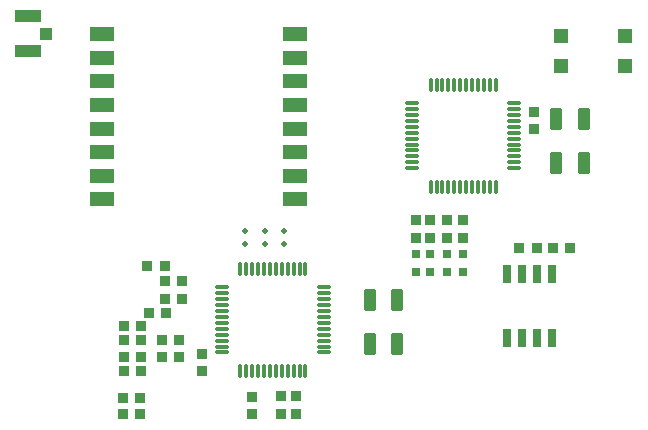
<source format=gtp>
G04*
G04 #@! TF.GenerationSoftware,Altium Limited,Altium Designer,21.0.8 (223)*
G04*
G04 Layer_Color=8421504*
%FSLAX44Y44*%
%MOMM*%
G71*
G04*
G04 #@! TF.SameCoordinates,2EEA6137-B325-4497-8457-BD4E04CF0BC7*
G04*
G04*
G04 #@! TF.FilePolarity,Positive*
G04*
G01*
G75*
%ADD10R,2.2000X1.0500*%
%ADD11R,1.0500X1.0000*%
G04:AMPARAMS|DCode=12|XSize=1.9mm|YSize=1.1mm|CornerRadius=0.275mm|HoleSize=0mm|Usage=FLASHONLY|Rotation=270.000|XOffset=0mm|YOffset=0mm|HoleType=Round|Shape=RoundedRectangle|*
%AMROUNDEDRECTD12*
21,1,1.9000,0.5500,0,0,270.0*
21,1,1.3500,1.1000,0,0,270.0*
1,1,0.5500,-0.2750,-0.6750*
1,1,0.5500,-0.2750,0.6750*
1,1,0.5500,0.2750,0.6750*
1,1,0.5500,0.2750,-0.6750*
%
%ADD12ROUNDEDRECTD12*%
G04:AMPARAMS|DCode=13|XSize=0.5mm|YSize=0.5mm|CornerRadius=0.25mm|HoleSize=0mm|Usage=FLASHONLY|Rotation=180.000|XOffset=0mm|YOffset=0mm|HoleType=Round|Shape=RoundedRectangle|*
%AMROUNDEDRECTD13*
21,1,0.5000,0.0000,0,0,180.0*
21,1,0.0000,0.5000,0,0,180.0*
1,1,0.5000,0.0000,0.0000*
1,1,0.5000,0.0000,0.0000*
1,1,0.5000,0.0000,0.0000*
1,1,0.5000,0.0000,0.0000*
%
%ADD13ROUNDEDRECTD13*%
%ADD14O,0.3000X1.3000*%
%ADD15O,1.3000X0.3000*%
%ADD16R,0.9000X0.9500*%
%ADD17R,0.8000X0.8000*%
%ADD18R,2.0000X1.3000*%
%ADD19R,1.2700X1.2700*%
%ADD20R,0.9500X0.9000*%
%ADD21R,0.6500X1.5250*%
D10*
X-45000Y448000D02*
D03*
Y418500D02*
D03*
D11*
X-29750Y433250D02*
D03*
D12*
X402000Y324000D02*
D03*
X425000Y324000D02*
D03*
Y361000D02*
D03*
X402000D02*
D03*
X244000Y208000D02*
D03*
X267000D02*
D03*
Y171000D02*
D03*
X244000Y171000D02*
D03*
D13*
X138000Y255500D02*
D03*
Y266500D02*
D03*
X171000Y255500D02*
D03*
Y266500D02*
D03*
X155000D02*
D03*
Y255500D02*
D03*
D14*
X350500Y303750D02*
D03*
X345500D02*
D03*
X340500D02*
D03*
X335500D02*
D03*
X330500D02*
D03*
X325500D02*
D03*
X320500D02*
D03*
X315500D02*
D03*
X310500D02*
D03*
X305500D02*
D03*
X300500D02*
D03*
X295500D02*
D03*
Y390250D02*
D03*
X300500D02*
D03*
X305500D02*
D03*
X310500D02*
D03*
X315500D02*
D03*
X320500D02*
D03*
X325500D02*
D03*
X330500D02*
D03*
X335500D02*
D03*
X340500D02*
D03*
X345500D02*
D03*
X350500D02*
D03*
X134500Y147750D02*
D03*
X139500D02*
D03*
X144500D02*
D03*
X149500D02*
D03*
X154500D02*
D03*
X159500D02*
D03*
X164500D02*
D03*
X169500D02*
D03*
X174500D02*
D03*
X179500D02*
D03*
X184500D02*
D03*
X189500D02*
D03*
Y234250D02*
D03*
X184500D02*
D03*
X179500D02*
D03*
X174500D02*
D03*
X169500D02*
D03*
X164500D02*
D03*
X159500D02*
D03*
X154500D02*
D03*
X149500D02*
D03*
X144500D02*
D03*
X139500D02*
D03*
X134500D02*
D03*
D15*
X279750Y319500D02*
D03*
Y324500D02*
D03*
Y329500D02*
D03*
Y334500D02*
D03*
Y339500D02*
D03*
Y344500D02*
D03*
Y349500D02*
D03*
Y354500D02*
D03*
Y359500D02*
D03*
Y364500D02*
D03*
Y369500D02*
D03*
Y374500D02*
D03*
X366250D02*
D03*
Y369500D02*
D03*
Y364500D02*
D03*
Y359500D02*
D03*
Y354500D02*
D03*
Y349500D02*
D03*
Y344500D02*
D03*
Y339500D02*
D03*
Y334500D02*
D03*
Y329500D02*
D03*
Y324500D02*
D03*
Y319500D02*
D03*
X118750Y218500D02*
D03*
Y213500D02*
D03*
Y208500D02*
D03*
Y203500D02*
D03*
Y198500D02*
D03*
Y193500D02*
D03*
Y188500D02*
D03*
Y183500D02*
D03*
Y178500D02*
D03*
Y173500D02*
D03*
Y168500D02*
D03*
Y163500D02*
D03*
X205250D02*
D03*
Y168500D02*
D03*
Y173500D02*
D03*
Y178500D02*
D03*
X205250Y183500D02*
D03*
Y188500D02*
D03*
Y193500D02*
D03*
X205250Y198500D02*
D03*
Y203500D02*
D03*
Y208500D02*
D03*
Y213500D02*
D03*
Y218500D02*
D03*
D16*
X283000Y260750D02*
D03*
Y275250D02*
D03*
X295000Y260750D02*
D03*
Y275250D02*
D03*
X144647Y111477D02*
D03*
Y125977D02*
D03*
X168973Y126247D02*
D03*
Y111747D02*
D03*
X383000Y352750D02*
D03*
Y367250D02*
D03*
X309000Y260750D02*
D03*
Y275250D02*
D03*
X181442Y126225D02*
D03*
Y111725D02*
D03*
X102000Y162250D02*
D03*
Y147750D02*
D03*
X323000Y275250D02*
D03*
Y260750D02*
D03*
D17*
X282867Y246549D02*
D03*
Y231549D02*
D03*
X323000Y246750D02*
D03*
Y231750D02*
D03*
X309000D02*
D03*
Y246750D02*
D03*
X295000Y231750D02*
D03*
Y246750D02*
D03*
D18*
X181000Y293000D02*
D03*
Y313000D02*
D03*
Y333000D02*
D03*
Y353000D02*
D03*
Y373000D02*
D03*
Y393000D02*
D03*
Y413000D02*
D03*
Y433000D02*
D03*
X17250D02*
D03*
Y413000D02*
D03*
Y393000D02*
D03*
Y373000D02*
D03*
Y353000D02*
D03*
Y333000D02*
D03*
Y313000D02*
D03*
Y293000D02*
D03*
D19*
X460500Y406300D02*
D03*
Y431700D02*
D03*
X405500D02*
D03*
X405500Y406300D02*
D03*
D20*
X370750Y252000D02*
D03*
X385250D02*
D03*
X413250D02*
D03*
X398750D02*
D03*
X49250Y111000D02*
D03*
X34750D02*
D03*
X49250Y125000D02*
D03*
X34750D02*
D03*
X50250Y186000D02*
D03*
X35750D02*
D03*
X50250Y148000D02*
D03*
X35750D02*
D03*
X56750Y197000D02*
D03*
X71250D02*
D03*
X55750Y237000D02*
D03*
X70250D02*
D03*
X50250Y160000D02*
D03*
X35750D02*
D03*
X50250Y174000D02*
D03*
X35750D02*
D03*
X85250Y224000D02*
D03*
X70750D02*
D03*
X85250Y209000D02*
D03*
X70750D02*
D03*
X82250Y174000D02*
D03*
X67750D02*
D03*
X82250Y160000D02*
D03*
X67750D02*
D03*
D21*
X359950Y175880D02*
D03*
X372650D02*
D03*
X385350D02*
D03*
X398050D02*
D03*
Y230120D02*
D03*
X385350D02*
D03*
X372650D02*
D03*
X359950D02*
D03*
M02*

</source>
